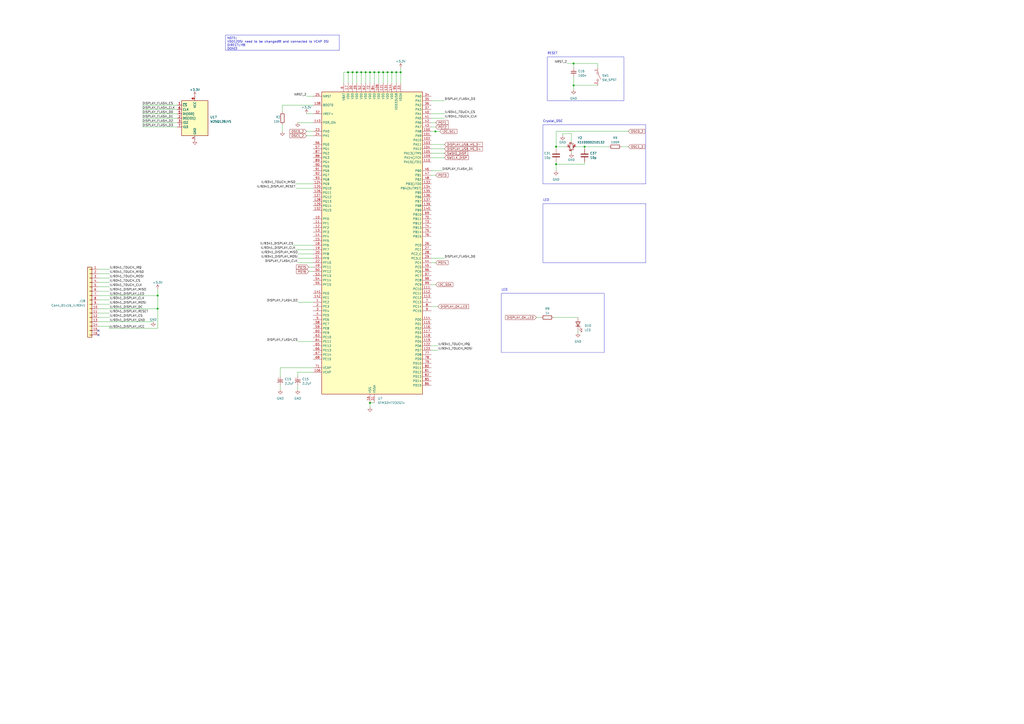
<source format=kicad_sch>
(kicad_sch (version 20230121) (generator eeschema)
  (paper "A2")
  (lib_symbols
    (symbol "Connector_Generic:Conn_01x16" (pin_names (offset 1.016) hide)
      (property "Reference" "J" (at 0 20.32 0))
      (property "Value" "Conn_01x16" (at 0 -22.86 0))
      (symbol "Conn_01x16_1_1"
        (rectangle (start -1.27 -20.193) (end 0 -20.447) (stroke (width 0.1524)))
        (rectangle (start -1.27 -17.653) (end 0 -17.907) (stroke (width 0.1524)))
        (rectangle (start -1.27 -15.113) (end 0 -15.367) (stroke (width 0.1524)))
        (rectangle (start -1.27 -12.573) (end 0 -12.827) (stroke (width 0.1524)))
        (rectangle (start -1.27 -10.033) (end 0 -10.287) (stroke (width 0.1524)))
        (rectangle (start -1.27 -7.493) (end 0 -7.747) (stroke (width 0.1524)))
        (rectangle (start -1.27 -4.953) (end 0 -5.207) (stroke (width 0.1524)))
        (rectangle (start -1.27 -2.413) (end 0 -2.667) (stroke (width 0.1524)))
        (rectangle (start -1.27 0.127) (end 0 -0.127) (stroke (width 0.1524)))
        (rectangle (start -1.27 2.667) (end 0 2.413) (stroke (width 0.1524)))
        (rectangle (start -1.27 5.207) (end 0 4.953) (stroke (width 0.1524)))
        (rectangle (start -1.27 7.747) (end 0 7.493) (stroke (width 0.1524)))
        (rectangle (start -1.27 10.287) (end 0 10.033) (stroke (width 0.1524)))
        (rectangle (start -1.27 12.827) (end 0 12.573) (stroke (width 0.1524)))
        (rectangle (start -1.27 15.367) (end 0 15.113) (stroke (width 0.1524)))
        (rectangle (start -1.27 17.907) (end 0 17.653) (stroke (width 0.1524)))
        (rectangle (start -1.27 19.05) (end 1.27 -21.59) (stroke (width 0.254)) (fill (type background)))
        (pin passive line (at -5.08 17.78 0) (length 3.81) (name "Pin_1") (number "1"))
        (pin passive line (at -5.08 -5.08 0) (length 3.81) (name "Pin_10") (number "10"))
        (pin passive line (at -5.08 -7.62 0) (length 3.81) (name "Pin_11") (number "11"))
        (pin passive line (at -5.08 -10.16 0) (length 3.81) (name "Pin_12") (number "12"))
        (pin passive line (at -5.08 -12.7 0) (length 3.81) (name "Pin_13") (number "13"))
        (pin passive line (at -5.08 -15.24 0) (length 3.81) (name "Pin_14") (number "14"))
        (pin passive line (at -5.08 -17.78 0) (length 3.81) (name "Pin_15") (number "15"))
        (pin passive line (at -5.08 -20.32 0) (length 3.81) (name "Pin_16") (number "16"))
        (pin passive line (at -5.08 15.24 0) (length 3.81) (name "Pin_2") (number "2"))
        (pin passive line (at -5.08 12.7 0) (length 3.81) (name "Pin_3") (number "3"))
        (pin passive line (at -5.08 10.16 0) (length 3.81) (name "Pin_4") (number "4"))
        (pin passive line (at -5.08 7.62 0) (length 3.81) (name "Pin_5") (number "5"))
        (pin passive line (at -5.08 5.08 0) (length 3.81) (name "Pin_6") (number "6"))
        (pin passive line (at -5.08 2.54 0) (length 3.81) (name "Pin_7") (number "7"))
        (pin passive line (at -5.08 0 0) (length 3.81) (name "Pin_8") (number "8"))
        (pin passive line (at -5.08 -2.54 0) (length 3.81) (name "Pin_9") (number "9"))
      )
    )
    (symbol "Device:C" (pin_numbers hide) (pin_names (offset 0.254))
      (property "Reference" "C" (at 0.635 2.54 0))
      (property "Value" "C" (at 0.635 -2.54 0))
      (symbol "C_0_1"
        (polyline (pts (xy -2.032 -0.762) (xy 2.032 -0.762)) (stroke (width 0.508)))
        (polyline (pts (xy -2.032 0.762) (xy 2.032 0.762)) (stroke (width 0.508)))
      )
      (symbol "C_1_1"
        (pin passive line (at 0 3.81 270) (length 2.794) (name "~") (number "1"))
        (pin passive line (at 0 -3.81 90) (length 2.794) (name "~") (number "2"))
      )
    )
    (symbol "Device:C_Polarized_Small_US" (pin_numbers hide) (pin_names (offset 0.254) hide)
      (property "Reference" "C" (at 0.254 1.778 0))
      (property "Value" "C_Polarized_Small_US" (at 0.254 -2.032 0))
      (symbol "C_Polarized_Small_US_0_1"
        (polyline (pts (xy -1.524 0.508) (xy 1.524 0.508)) (stroke (width 0.3048)))
        (polyline (pts (xy -1.27 1.524) (xy -0.762 1.524)))
        (polyline (pts (xy -1.016 1.27) (xy -1.016 1.778)))
        (arc (start 1.524 -0.762) (mid 0 -0.3734) (end -1.524 -0.762) (stroke (width 0.3048)))
      )
      (symbol "C_Polarized_Small_US_1_1"
        (pin passive line (at 0 2.54 270) (length 2.032) (name "~") (number "1"))
        (pin passive line (at 0 -2.54 90) (length 2.032) (name "~") (number "2"))
      )
    )
    (symbol "Device:C_Small" (pin_numbers hide) (pin_names (offset 0.254) hide)
      (property "Reference" "C" (at 0.254 1.778 0))
      (property "Value" "C_Small" (at 0.254 -2.032 0))
      (symbol "C_Small_0_1"
        (polyline (pts (xy -1.524 -0.508) (xy 1.524 -0.508)) (stroke (width 0.3302)))
        (polyline (pts (xy -1.524 0.508) (xy 1.524 0.508)) (stroke (width 0.3048)))
      )
      (symbol "C_Small_1_1"
        (pin passive line (at 0 2.54 270) (length 2.032) (name "~") (number "1"))
        (pin passive line (at 0 -2.54 90) (length 2.032) (name "~") (number "2"))
      )
    )
    (symbol "Device:Crystal_GND24_Small" (pin_names (offset 1.016) hide)
      (property "Reference" "Y" (at 1.27 4.445 0))
      (property "Value" "Crystal_GND24_Small" (at 1.27 2.54 0))
      (symbol "Crystal_GND24_Small_0_1"
        (rectangle (start -0.762 -1.524) (end 0.762 1.524))
        (polyline (pts (xy -1.27 -0.762) (xy -1.27 0.762)) (stroke (width 0.381)))
        (polyline (pts (xy 1.27 -0.762) (xy 1.27 0.762)) (stroke (width 0.381)))
        (polyline (pts (xy -1.27 -1.27) (xy -1.27 -1.905) (xy 1.27 -1.905) (xy 1.27 -1.27)))
        (polyline (pts (xy -1.27 1.27) (xy -1.27 1.905) (xy 1.27 1.905) (xy 1.27 1.27)))
      )
      (symbol "Crystal_GND24_Small_1_1"
        (pin passive line (at -2.54 0 0) (length 1.27) (name "1") (number "1"))
        (pin passive line (at 0 -2.54 90) (length 0.635) (name "2") (number "2"))
        (pin passive line (at 2.54 0 180) (length 1.27) (name "3") (number "3"))
        (pin passive line (at 0 2.54 270) (length 0.635) (name "4") (number "4"))
      )
    )
    (symbol "Device:LED" (pin_numbers hide) (pin_names (offset 1.016) hide)
      (property "Reference" "D" (at 0 2.54 0))
      (property "Value" "LED" (at 0 -2.54 0))
      (symbol "LED_0_1"
        (polyline (pts (xy -1.27 -1.27) (xy -1.27 1.27)) (stroke (width 0.254)))
        (polyline (pts (xy -1.27 0) (xy 1.27 0)))
        (polyline (pts (xy 1.27 -1.27) (xy 1.27 1.27) (xy -1.27 0) (xy 1.27 -1.27)) (stroke (width 0.254)))
        (polyline (pts (xy -3.048 -0.762) (xy -4.572 -2.286) (xy -3.81 -2.286) (xy -4.572 -2.286) (xy -4.572 -1.524)))
        (polyline (pts (xy -1.778 -0.762) (xy -3.302 -2.286) (xy -2.54 -2.286) (xy -3.302 -2.286) (xy -3.302 -1.524)))
      )
      (symbol "LED_1_1"
        (pin passive line (at -3.81 0 0) (length 2.54) (name "K") (number "1"))
        (pin passive line (at 3.81 0 180) (length 2.54) (name "A") (number "2"))
      )
    )
    (symbol "Device:R" (pin_numbers hide) (pin_names (offset 0))
      (property "Reference" "R" (at 2.032 0 90))
      (property "Value" "R" (at 0 0 90))
      (symbol "R_0_1"
        (rectangle (start -1.016 -2.54) (end 1.016 2.54) (stroke (width 0.254)))
      )
      (symbol "R_1_1"
        (pin passive line (at 0 3.81 270) (length 1.27) (name "~") (number "1"))
        (pin passive line (at 0 -3.81 90) (length 1.27) (name "~") (number "2"))
      )
    )
    (symbol "MCU_ST_STM32H7:STM32H723ZGTx"
      (property "Reference" "U" (at -27.94 90.17 0))
      (property "Value" "STM32H723ZGTx" (at 20.32 90.17 0))
      (symbol "STM32H723ZGTx_0_1"
        (rectangle (start -27.94 -86.36) (end 30.48 88.9) (stroke (width 0.254)) (fill (type background)))
      )
      (symbol "STM32H723ZGTx_1_1"
        (pin bidirectional line (at -33.02 -33.02 0) (length 5.08) (name "PE2") (number "1"))
        (pin bidirectional line (at -33.02 15.24 0) (length 5.08) (name "PF0") (number "10"))
        (pin bidirectional line (at 35.56 66.04 180) (length 5.08) (name "PA8") (number "100"))
        (pin bidirectional line (at 35.56 63.5 180) (length 5.08) (name "PA9") (number "101"))
        (pin bidirectional line (at 35.56 60.96 180) (length 5.08) (name "PA10") (number "102"))
        (pin bidirectional line (at 35.56 58.42 180) (length 5.08) (name "PA11") (number "103"))
        (pin bidirectional line (at 35.56 55.88 180) (length 5.08) (name "PA12") (number "104"))
        (pin bidirectional line (at 35.56 53.34 180) (length 5.08) (name "PA13(JTMS") (number "105"))
        (pin power_out line (at -33.02 -73.66 0) (length 5.08) (name "VCAP") (number "106"))
        (pin passive line (at 0 -91.44 90) (length 5.08) hide (name "VSS") (number "107"))
        (pin power_in line (at 5.08 93.98 270) (length 5.08) (name "VDD") (number "108"))
        (pin bidirectional line (at 35.56 50.8 180) (length 5.08) (name "PA14(JTCK") (number "109"))
        (pin bidirectional line (at -33.02 12.7 0) (length 5.08) (name "PF1") (number "11"))
        (pin bidirectional line (at 35.56 48.26 180) (length 5.08) (name "PA15(JTDI)") (number "110"))
        (pin bidirectional line (at 35.56 -25.4 180) (length 5.08) (name "PC10") (number "111"))
        (pin bidirectional line (at 35.56 -27.94 180) (length 5.08) (name "PC11") (number "112"))
        (pin bidirectional line (at 35.56 -30.48 180) (length 5.08) (name "PC12") (number "113"))
        (pin bidirectional line (at 35.56 -43.18 180) (length 5.08) (name "PD0") (number "114"))
        (pin bidirectional line (at 35.56 -45.72 180) (length 5.08) (name "PD1") (number "115"))
        (pin bidirectional line (at 35.56 -48.26 180) (length 5.08) (name "PD2") (number "116"))
        (pin bidirectional line (at 35.56 -50.8 180) (length 5.08) (name "PD3") (number "117"))
        (pin bidirectional line (at 35.56 -53.34 180) (length 5.08) (name "PD4") (number "118"))
        (pin bidirectional line (at 35.56 -55.88 180) (length 5.08) (name "PD5") (number "119"))
        (pin bidirectional line (at -33.02 10.16 0) (length 5.08) (name "PF2") (number "12"))
        (pin passive line (at 0 -91.44 90) (length 5.08) hide (name "VSS") (number "120"))
        (pin power_in line (at 7.62 93.98 270) (length 5.08) (name "VDD") (number "121"))
        (pin bidirectional line (at 35.56 -58.42 180) (length 5.08) (name "PD6") (number "122"))
        (pin bidirectional line (at 35.56 -60.96 180) (length 5.08) (name "PD7") (number "123"))
        (pin bidirectional line (at -33.02 35.56 0) (length 5.08) (name "PG9") (number "124"))
        (pin bidirectional line (at -33.02 33.02 0) (length 5.08) (name "PG10") (number "125"))
        (pin bidirectional line (at -33.02 30.48 0) (length 5.08) (name "PG11") (number "126"))
        (pin bidirectional line (at -33.02 27.94 0) (length 5.08) (name "PG12") (number "127"))
        (pin bidirectional line (at -33.02 25.4 0) (length 5.08) (name "PG13") (number "128"))
        (pin bidirectional line (at -33.02 22.86 0) (length 5.08) (name "PG14") (number "129"))
        (pin bidirectional line (at -33.02 7.62 0) (length 5.08) (name "PF3") (number "13"))
        (pin passive line (at 0 -91.44 90) (length 5.08) hide (name "VSS") (number "130"))
        (pin power_in line (at 10.16 93.98 270) (length 5.08) (name "VDD") (number "131"))
        (pin bidirectional line (at -33.02 20.32 0) (length 5.08) (name "PG15") (number "132"))
        (pin bidirectional line (at 35.56 35.56 180) (length 5.08) (name "PB3(JTDO") (number "133"))
        (pin bidirectional line (at 35.56 33.02 180) (length 5.08) (name "PB4(NJTRST)") (number "134"))
        (pin bidirectional line (at 35.56 30.48 180) (length 5.08) (name "PB5") (number "135"))
        (pin bidirectional line (at 35.56 27.94 180) (length 5.08) (name "PB6") (number "136"))
        (pin bidirectional line (at 35.56 25.4 180) (length 5.08) (name "PB7") (number "137"))
        (pin input line (at -33.02 81.28 0) (length 5.08) (name "BOOT0") (number "138"))
        (pin bidirectional line (at 35.56 22.86 180) (length 5.08) (name "PB8") (number "139"))
        (pin bidirectional line (at -33.02 5.08 0) (length 5.08) (name "PF4") (number "14"))
        (pin bidirectional line (at 35.56 20.32 180) (length 5.08) (name "PB9") (number "140"))
        (pin bidirectional line (at -33.02 -27.94 0) (length 5.08) (name "PE0") (number "141"))
        (pin bidirectional line (at -33.02 -30.48 0) (length 5.08) (name "PE1") (number "142"))
        (pin input line (at -33.02 71.12 0) (length 5.08) (name "PDR_ON") (number "143"))
        (pin power_in line (at 12.7 93.98 270) (length 5.08) (name "VDD") (number "144"))
        (pin bidirectional line (at -33.02 2.54 0) (length 5.08) (name "PF5") (number "15"))
        (pin power_in line (at 0 -91.44 90) (length 5.08) (name "VSS") (number "16"))
        (pin power_in line (at -12.7 93.98 270) (length 5.08) (name "VDD") (number "17"))
        (pin bidirectional line (at -33.02 0 0) (length 5.08) (name "PF6") (number "18"))
        (pin bidirectional line (at -33.02 -2.54 0) (length 5.08) (name "PF7") (number "19"))
        (pin bidirectional line (at -33.02 -35.56 0) (length 5.08) (name "PE3") (number "2"))
        (pin bidirectional line (at -33.02 -5.08 0) (length 5.08) (name "PF8") (number "20"))
        (pin bidirectional line (at -33.02 -7.62 0) (length 5.08) (name "PF9") (number "21"))
        (pin bidirectional line (at -33.02 -10.16 0) (length 5.08) (name "PF10") (number "22"))
        (pin bidirectional line (at -33.02 66.04 0) (length 5.08) (name "PH0") (number "23"))
        (pin bidirectional line (at -33.02 63.5 0) (length 5.08) (name "PH1") (number "24"))
        (pin input line (at -33.02 86.36 0) (length 5.08) (name "NRST") (number "25"))
        (pin bidirectional line (at 35.56 0 180) (length 5.08) (name "PC0") (number "26"))
        (pin bidirectional line (at 35.56 -2.54 180) (length 5.08) (name "PC1") (number "27"))
        (pin bidirectional line (at 35.56 -5.08 180) (length 5.08) (name "PC2_C") (number "28"))
        (pin bidirectional line (at 35.56 -7.62 180) (length 5.08) (name "PC3_C") (number "29"))
        (pin bidirectional line (at -33.02 -38.1 0) (length 5.08) (name "PE4") (number "3"))
        (pin power_in line (at -10.16 93.98 270) (length 5.08) (name "VDD") (number "30"))
        (pin power_in line (at 2.54 -91.44 90) (length 5.08) (name "VSSA") (number "31"))
        (pin input line (at -33.02 76.2 0) (length 5.08) (name "VREF+") (number "32"))
        (pin power_in line (at 17.78 93.98 270) (length 5.08) (name "VDDA") (number "33"))
        (pin bidirectional line (at 35.56 86.36 180) (length 5.08) (name "PA0") (number "34"))
        (pin bidirectional line (at 35.56 83.82 180) (length 5.08) (name "PA1") (number "35"))
        (pin bidirectional line (at 35.56 81.28 180) (length 5.08) (name "PA2") (number "36"))
        (pin bidirectional line (at 35.56 78.74 180) (length 5.08) (name "PA3") (number "37"))
        (pin passive line (at 0 -91.44 90) (length 5.08) hide (name "VSS") (number "38"))
        (pin power_in line (at -7.62 93.98 270) (length 5.08) (name "VDD") (number "39"))
        (pin bidirectional line (at -33.02 -40.64 0) (length 5.08) (name "PE5") (number "4"))
        (pin bidirectional line (at 35.56 76.2 180) (length 5.08) (name "PA4") (number "40"))
        (pin bidirectional line (at 35.56 73.66 180) (length 5.08) (name "PA5") (number "41"))
        (pin bidirectional line (at 35.56 71.12 180) (length 5.08) (name "PA6") (number "42"))
        (pin bidirectional line (at 35.56 68.58 180) (length 5.08) (name "PA7") (number "43"))
        (pin bidirectional line (at 35.56 -10.16 180) (length 5.08) (name "PC4") (number "44"))
        (pin bidirectional line (at 35.56 -12.7 180) (length 5.08) (name "PC5") (number "45"))
        (pin bidirectional line (at 35.56 43.18 180) (length 5.08) (name "PB0") (number "46"))
        (pin bidirectional line (at 35.56 40.64 180) (length 5.08) (name "PB1") (number "47"))
        (pin bidirectional line (at 35.56 38.1 180) (length 5.08) (name "PB2") (number "48"))
        (pin bidirectional line (at -33.02 -12.7 0) (length 5.08) (name "PF11") (number "49"))
        (pin bidirectional line (at -33.02 -43.18 0) (length 5.08) (name "PE6") (number "5"))
        (pin bidirectional line (at -33.02 -15.24 0) (length 5.08) (name "PF12") (number "50"))
        (pin passive line (at 0 -91.44 90) (length 5.08) hide (name "VSS") (number "51"))
        (pin power_in line (at -5.08 93.98 270) (length 5.08) (name "VDD") (number "52"))
        (pin bidirectional line (at -33.02 -17.78 0) (length 5.08) (name "PF13") (number "53"))
        (pin bidirectional line (at -33.02 -20.32 0) (length 5.08) (name "PF14") (number "54"))
        (pin bidirectional line (at -33.02 -22.86 0) (length 5.08) (name "PF15") (number "55"))
        (pin bidirectional line (at -33.02 58.42 0) (length 5.08) (name "PG0") (number "56"))
        (pin bidirectional line (at -33.02 55.88 0) (length 5.08) (name "PG1") (number "57"))
        (pin bidirectional line (at -33.02 -45.72 0) (length 5.08) (name "PE7") (number "58"))
        (pin bidirectional line (at -33.02 -48.26 0) (length 5.08) (name "PE8") (number "59"))
        (pin power_in line (at -15.24 93.98 270) (length 5.08) (name "VBAT") (number "6"))
        (pin bidirectional line (at -33.02 -50.8 0) (length 5.08) (name "PE9") (number "60"))
        (pin passive line (at 0 -91.44 90) (length 5.08) hide (name "VSS") (number "61"))
        (pin power_in line (at -2.54 93.98 270) (length 5.08) (name "VDD") (number "62"))
        (pin bidirectional line (at -33.02 -53.34 0) (length 5.08) (name "PE10") (number "63"))
        (pin bidirectional line (at -33.02 -55.88 0) (length 5.08) (name "PE11") (number "64"))
        (pin bidirectional line (at -33.02 -58.42 0) (length 5.08) (name "PE12") (number "65"))
        (pin bidirectional line (at -33.02 -60.96 0) (length 5.08) (name "PE13") (number "66"))
        (pin bidirectional line (at -33.02 -63.5 0) (length 5.08) (name "PE14") (number "67"))
        (pin bidirectional line (at -33.02 -66.04 0) (length 5.08) (name "PE15") (number "68"))
        (pin bidirectional line (at 35.56 17.78 180) (length 5.08) (name "PB10") (number "69"))
        (pin bidirectional line (at 35.56 -33.02 180) (length 5.08) (name "PC13") (number "7"))
        (pin bidirectional line (at 35.56 15.24 180) (length 5.08) (name "PB11") (number "70"))
        (pin power_out line (at -33.02 -71.12 0) (length 5.08) (name "VCAP") (number "71"))
        (pin power_in line (at 0 93.98 270) (length 5.08) (name "VDD") (number "72"))
        (pin bidirectional line (at 35.56 12.7 180) (length 5.08) (name "PB12") (number "73"))
        (pin bidirectional line (at 35.56 10.16 180) (length 5.08) (name "PB13") (number "74"))
        (pin bidirectional line (at 35.56 7.62 180) (length 5.08) (name "PB14") (number "75"))
        (pin bidirectional line (at 35.56 5.08 180) (length 5.08) (name "PB15") (number "76"))
        (pin bidirectional line (at 35.56 -63.5 180) (length 5.08) (name "PD8") (number "77"))
        (pin bidirectional line (at 35.56 -66.04 180) (length 5.08) (name "PD9") (number "78"))
        (pin bidirectional line (at 35.56 -68.58 180) (length 5.08) (name "PD10") (number "79"))
        (pin bidirectional line (at 35.56 -35.56 180) (length 5.08) (name "PC14") (number "8"))
        (pin bidirectional line (at 35.56 -71.12 180) (length 5.08) (name "PD11") (number "80"))
        (pin bidirectional line (at 35.56 -73.66 180) (length 5.08) (name "PD12") (number "81"))
        (pin bidirectional line (at 35.56 -76.2 180) (length 5.08) (name "PD13") (number "82"))
        (pin passive line (at 0 -91.44 90) (length 5.08) hide (name "VSS") (number "83"))
        (pin power_in line (at 2.54 93.98 270) (length 5.08) (name "VDD") (number "84"))
        (pin bidirectional line (at 35.56 -78.74 180) (length 5.08) (name "PD14") (number "85"))
        (pin bidirectional line (at 35.56 -81.28 180) (length 5.08) (name "PD15") (number "86"))
        (pin bidirectional line (at -33.02 53.34 0) (length 5.08) (name "PG2") (number "87"))
        (pin bidirectional line (at -33.02 50.8 0) (length 5.08) (name "PG3") (number "88"))
        (pin bidirectional line (at -33.02 48.26 0) (length 5.08) (name "PG4") (number "89"))
        (pin bidirectional line (at 35.56 -38.1 180) (length 5.08) (name "PC15") (number "9"))
        (pin bidirectional line (at -33.02 45.72 0) (length 5.08) (name "PG5") (number "90"))
        (pin bidirectional line (at -33.02 43.18 0) (length 5.08) (name "PG6") (number "91"))
        (pin bidirectional line (at -33.02 40.64 0) (length 5.08) (name "PG7") (number "92"))
        (pin bidirectional line (at -33.02 38.1 0) (length 5.08) (name "PG8") (number "93"))
        (pin passive line (at 0 -91.44 90) (length 5.08) hide (name "VSS") (number "94"))
        (pin power_in line (at 15.24 93.98 270) (length 5.08) (name "VDD33USB") (number "95"))
        (pin bidirectional line (at 35.56 -15.24 180) (length 5.08) (name "PC6") (number "96"))
        (pin bidirectional line (at 35.56 -17.78 180) (length 5.08) (name "PC7") (number "97"))
        (pin bidirectional line (at 35.56 -20.32 180) (length 5.08) (name "PC8") (number "98"))
        (pin bidirectional line (at 35.56 -22.86 180) (length 5.08) (name "PC9") (number "99"))
      )
    )
    (symbol "Memory_Flash:W25Q128JVS"
      (property "Reference" "U" (at -8.89 8.89 0))
      (property "Value" "W25Q128JVS" (at 7.62 8.89 0))
      (symbol "W25Q128JVS_0_1"
        (rectangle (start -7.62 10.16) (end 7.62 -10.16) (stroke (width 0.254)) (fill (type background)))
      )
      (symbol "W25Q128JVS_1_1"
        (pin input line (at -10.16 7.62 0) (length 2.54) (name "~{CS}") (number "1"))
        (pin bidirectional line (at -10.16 0 0) (length 2.54) (name "DO(IO1)") (number "2"))
        (pin bidirectional line (at -10.16 -2.54 0) (length 2.54) (name "IO2") (number "3"))
        (pin power_in line (at 0 -12.7 90) (length 2.54) (name "GND") (number "4"))
        (pin bidirectional line (at -10.16 2.54 0) (length 2.54) (name "DI(IO0)") (number "5"))
        (pin input line (at -10.16 5.08 0) (length 2.54) (name "CLK") (number "6"))
        (pin bidirectional line (at -10.16 -5.08 0) (length 2.54) (name "IO3") (number "7"))
        (pin power_in line (at 0 12.7 270) (length 2.54) (name "VCC") (number "8"))
      )
    )
    (symbol "Switch:SW_SPST" (pin_names (offset 0) hide)
      (property "Reference" "SW" (at 0 3.175 0))
      (property "Value" "SW_SPST" (at 0 -2.54 0))
      (symbol "SW_SPST_0_0"
        (circle (center -2.032 0) (radius 0.508))
        (polyline (pts (xy -1.524 0.254) (xy 1.524 1.778)))
        (circle (center 2.032 0) (radius 0.508))
      )
      (symbol "SW_SPST_1_1"
        (pin passive line (at -5.08 0 0) (length 2.54) (name "A") (number "1"))
        (pin passive line (at 5.08 0 180) (length 2.54) (name "B") (number "2"))
      )
    )
    (symbol "power:+3.3V" (power) (pin_names (offset 0))
      (property "Value" "+3.3V" (at 0 3.556 0))
      (symbol "+3.3V_0_1"
        (polyline (pts (xy -0.762 1.27) (xy 0 2.54)))
        (polyline (pts (xy 0 0) (xy 0 2.54)))
        (polyline (pts (xy 0 2.54) (xy 0.762 1.27)))
      )
      (symbol "+3.3V_1_1"
        (pin power_in line (at 0 0 90) (length 0) hide (name "+3.3V") (number "1"))
      )
    )
    (symbol "power:GND" (power) (pin_names (offset 0))
      (property "Value" "GND" (at 0 -3.81 0))
      (symbol "GND_0_1"
        (polyline (pts (xy 0 0) (xy 0 -1.27) (xy 1.27 -1.27) (xy 0 -2.54) (xy -1.27 -1.27) (xy 0 -1.27)))
      )
      (symbol "GND_1_1"
        (pin power_in line (at 0 0 270) (length 0) hide (name "GND") (number "1"))
      )
    )
  )
  (junction (at 322.58 85.09))
  (junction (at 204.47 41.91))
  (junction (at 219.71 41.91))
  (junction (at 224.79 41.91))
  (junction (at 91.44 171.45))
  (junction (at 339.09 85.09))
  (junction (at 214.63 233.68))
  (junction (at 212.09 41.91))
  (junction (at 332.74 49.53))
  (junction (at 232.41 41.91))
  (junction (at 209.55 41.91))
  (junction (at 207.01 41.91))
  (junction (at 252.5874 76.2558))
  (junction (at 229.87 41.91))
  (junction (at 214.63 41.91))
  (junction (at 227.33 41.91))
  (junction (at 201.93 41.91))
  (junction (at 222.25 41.91))
  (junction (at 91.44 179.07))
  (junction (at 322.58 95.25))
  (junction (at 332.74 36.83))
  (junction (at 217.17 41.91))
  (no_connect (at 57.15 194.31))
  (no_connect (at 57.15 191.77))
  (wire (pts (xy 82.55 63.5) (xy 102.87 63.5)))
  (wire (pts (xy 331.47 77.47) (xy 331.47 82.55)))
  (wire (pts (xy 322.58 76.2) (xy 322.58 85.09)))
  (wire (pts (xy 82.55 66.04) (xy 102.87 66.04)))
  (wire (pts (xy 214.63 233.68) (xy 217.17 233.68)))
  (wire (pts (xy 63.5 163.83) (xy 57.15 163.83)))
  (wire (pts (xy 227.33 41.91) (xy 229.87 41.91)))
  (wire (pts (xy 172.72 198.12) (xy 181.61 198.12)))
  (wire (pts (xy 257.81 88.9) (xy 250.19 88.9)))
  (wire (pts (xy 257.81 91.44) (xy 250.19 91.44)))
  (wire (pts (xy 217.17 41.91) (xy 219.71 41.91)))
  (wire (pts (xy 172.72 149.86) (xy 181.61 149.86)))
  (wire (pts (xy 360.68 85.09) (xy 364.49 85.09)))
  (wire (pts (xy 179.07 154.94) (xy 181.61 154.94)))
  (wire (pts (xy 222.25 41.91) (xy 224.79 41.91)))
  (wire (pts (xy 332.74 36.83) (xy 346.71 36.83)))
  (wire (pts (xy 172.72 152.4) (xy 181.61 152.4)))
  (wire (pts (xy 214.63 41.91) (xy 214.63 48.26)))
  (wire (pts (xy 172.72 223.52) (xy 172.72 226.06)))
  (wire (pts (xy 177.8 78.74) (xy 181.61 78.74)))
  (wire (pts (xy 339.09 86.36) (xy 339.09 85.09)))
  (wire (pts (xy 209.55 41.91) (xy 209.55 48.26)))
  (wire (pts (xy 339.09 85.09) (xy 353.06 85.09)))
  (wire (pts (xy 63.5 166.37) (xy 57.15 166.37)))
  (wire (pts (xy 311.15 184.15) (xy 313.69 184.15)))
  (wire (pts (xy 91.44 171.45) (xy 91.44 179.07)))
  (wire (pts (xy 227.33 41.91) (xy 227.33 48.26)))
  (wire (pts (xy 172.72 215.9) (xy 172.72 218.44)))
  (wire (pts (xy 257.81 149.86) (xy 250.19 149.86)))
  (wire (pts (xy 199.39 41.91) (xy 199.39 48.26)))
  (wire (pts (xy 257.81 68.58) (xy 250.19 68.58)))
  (wire (pts (xy 326.39 77.47) (xy 331.47 77.47)))
  (wire (pts (xy 207.01 41.91) (xy 207.01 48.26)))
  (wire (pts (xy 162.56 213.36) (xy 181.61 213.36)))
  (wire (pts (xy 252.73 152.4) (xy 250.19 152.4)))
  (wire (pts (xy 207.01 41.91) (xy 209.55 41.91)))
  (wire (pts (xy 171.45 144.78) (xy 181.61 144.78)))
  (wire (pts (xy 63.5 158.75) (xy 57.15 158.75)))
  (wire (pts (xy 257.81 66.04) (xy 250.19 66.04)))
  (wire (pts (xy 91.44 179.07) (xy 91.44 190.5)))
  (wire (pts (xy 63.5 168.91) (xy 57.15 168.91)))
  (wire (pts (xy 322.58 85.09) (xy 322.58 86.36)))
  (wire (pts (xy 172.72 147.32) (xy 181.61 147.32)))
  (wire (pts (xy 82.55 68.58) (xy 102.87 68.58)))
  (wire (pts (xy 257.81 58.42) (xy 250.19 58.42)))
  (wire (pts (xy 91.44 167.64) (xy 91.44 171.45)))
  (wire (pts (xy 252.73 165.1) (xy 250.19 165.1)))
  (wire (pts (xy 63.5 189.23) (xy 57.15 189.23)))
  (wire (pts (xy 322.58 85.09) (xy 328.93 85.09)))
  (wire (pts (xy 334.01 85.09) (xy 339.09 85.09)))
  (wire (pts (xy 332.74 49.53) (xy 332.74 52.07)))
  (wire (pts (xy 335.28 191.77) (xy 335.28 193.04)))
  (wire (pts (xy 232.41 39.37) (xy 232.41 41.91)))
  (wire (pts (xy 224.79 41.91) (xy 224.79 48.26)))
  (wire (pts (xy 201.93 41.91) (xy 201.93 48.26)))
  (wire (pts (xy 201.93 41.91) (xy 204.47 41.91)))
  (wire (pts (xy 328.93 36.83) (xy 332.74 36.83)))
  (wire (pts (xy 252.73 73.66) (xy 250.19 73.66)))
  (wire (pts (xy 332.74 49.53) (xy 346.71 49.53)))
  (wire (pts (xy 170.18 142.24) (xy 181.61 142.24)))
  (wire (pts (xy 250.19 177.8) (xy 254 177.8)))
  (wire (pts (xy 254 200.66) (xy 250.19 200.66)))
  (wire (pts (xy 332.74 44.45) (xy 332.74 49.53)))
  (wire (pts (xy 179.07 157.48) (xy 181.61 157.48)))
  (wire (pts (xy 255.1274 76.2558) (xy 252.5874 76.2558)))
  (wire (pts (xy 346.71 39.37) (xy 346.71 36.83)))
  (wire (pts (xy 229.87 41.91) (xy 232.41 41.91)))
  (wire (pts (xy 214.63 236.22) (xy 214.63 233.68)))
  (wire (pts (xy 82.55 73.66) (xy 102.87 73.66)))
  (wire (pts (xy 224.79 41.91) (xy 227.33 41.91)))
  (wire (pts (xy 57.15 171.45) (xy 91.44 171.45)))
  (wire (pts (xy 177.8 66.04) (xy 181.61 66.04)))
  (wire (pts (xy 82.55 60.96) (xy 102.87 60.96)))
  (wire (pts (xy 321.31 184.15) (xy 335.28 184.15)))
  (wire (pts (xy 252.73 71.12) (xy 250.19 71.12)))
  (wire (pts (xy 171.45 109.22) (xy 181.61 109.22)))
  (wire (pts (xy 254 203.2) (xy 250.19 203.2)))
  (wire (pts (xy 172.72 175.26) (xy 181.61 175.26)))
  (wire (pts (xy 177.8 55.88) (xy 181.61 55.88)))
  (wire (pts (xy 163.83 60.96) (xy 181.61 60.96)))
  (wire (pts (xy 322.58 76.2) (xy 364.49 76.2)))
  (wire (pts (xy 163.83 64.77) (xy 163.83 60.96)))
  (wire (pts (xy 199.39 41.91) (xy 201.93 41.91)))
  (wire (pts (xy 63.5 156.21) (xy 57.15 156.21)))
  (wire (pts (xy 212.09 41.91) (xy 212.09 48.26)))
  (wire (pts (xy 322.58 95.25) (xy 322.58 99.06)))
  (wire (pts (xy 322.58 95.25) (xy 339.09 95.25)))
  (wire (pts (xy 63.5 161.29) (xy 57.15 161.29)))
  (wire (pts (xy 177.8 76.2) (xy 181.61 76.2)))
  (wire (pts (xy 172.72 71.12) (xy 181.61 71.12)))
  (wire (pts (xy 172.72 215.9) (xy 181.61 215.9)))
  (wire (pts (xy 219.71 41.91) (xy 219.71 48.26)))
  (wire (pts (xy 232.41 41.91) (xy 232.41 48.26)))
  (wire (pts (xy 63.5 190.5) (xy 63.5 189.23)))
  (wire (pts (xy 256.54 99.06) (xy 250.19 99.06)))
  (wire (pts (xy 332.74 36.83) (xy 332.74 39.37)))
  (wire (pts (xy 331.47 87.63) (xy 331.47 88.9)))
  (wire (pts (xy 250.19 83.82) (xy 257.81 83.82)))
  (wire (pts (xy 204.47 41.91) (xy 204.47 48.26)))
  (wire (pts (xy 63.5 173.99) (xy 57.15 173.99)))
  (wire (pts (xy 163.83 72.39) (xy 163.83 76.2)))
  (wire (pts (xy 63.5 176.53) (xy 57.15 176.53)))
  (wire (pts (xy 252.5874 76.2558) (xy 252.73 76.2)))
  (wire (pts (xy 171.45 106.68) (xy 181.61 106.68)))
  (wire (pts (xy 252.73 101.6) (xy 250.19 101.6)))
  (wire (pts (xy 82.55 71.12) (xy 102.87 71.12)))
  (wire (pts (xy 214.63 41.91) (xy 217.17 41.91)))
  (wire (pts (xy 57.15 179.07) (xy 91.44 179.07)))
  (wire (pts (xy 209.55 41.91) (xy 212.09 41.91)))
  (wire (pts (xy 217.17 41.91) (xy 217.17 48.26)))
  (wire (pts (xy 326.39 78.74) (xy 326.39 77.47)))
  (wire (pts (xy 212.09 41.91) (xy 214.63 41.91)))
  (wire (pts (xy 63.5 181.61) (xy 57.15 181.61)))
  (wire (pts (xy 222.25 41.91) (xy 222.25 48.26)))
  (wire (pts (xy 229.87 48.26) (xy 229.87 41.91)))
  (wire (pts (xy 63.5 190.5) (xy 91.44 190.5)))
  (wire (pts (xy 63.5 184.15) (xy 57.15 184.15)))
  (wire (pts (xy 339.09 93.98) (xy 339.09 95.25)))
  (wire (pts (xy 57.15 186.69) (xy 88.9 186.69)))
  (wire (pts (xy 322.58 93.98) (xy 322.58 95.25)))
  (wire (pts (xy 204.47 41.91) (xy 207.01 41.91)))
  (wire (pts (xy 162.56 223.52) (xy 162.56 226.06)))
  (wire (pts (xy 250.19 76.2) (xy 252.5874 76.2558)))
  (wire (pts (xy 250.19 86.36) (xy 257.81 86.36)))
  (wire (pts (xy 219.71 41.91) (xy 222.25 41.91)))
  (wire (pts (xy 162.56 218.44) (xy 162.56 213.36)))
  (rectangle (start 290.83 170.18) (end 350.52 204.47))
  (rectangle (start 314.96 72.39) (end 374.65 106.68))
  (rectangle (start 314.96 118.11) (end 374.65 152.4))
  (rectangle (start 317.5 33.02) (end 361.95 58.42))
  (text_box "NOTE:\nVDD12DSI need to be changed!!! and connected to VCAP DSI DIRECTLY!!!\nDONE!\n" (at 130.81 20.32 0) (size 66.04 8.89) (effects (font (size 1.27 1.27)) (justify left top)))
  (text "Crystal_OSC" (at 314.96 71.12 0) (effects (font (size 1.27 1.27)) (justify left bottom)))
  (text "LED" (at 314.96 116.84 0) (effects (font (size 1.27 1.27)) (justify left bottom)))
  (text "LED" (at 290.83 168.91 0) (effects (font (size 1.27 1.27)) (justify left bottom)))
  (text "RESET\n" (at 317.5 31.75 0) (effects (font (size 1.27 1.27)) (justify left bottom)))
  (label "ILI9341_DISPLAY_MISO" (at 172.72 147.32 180))
  (label "ILI9341_DISPLAY_CLK" (at 63.5 173.99 0))
  (label "DISPLAY_FLASH_D0" (at 82.55 66.04 0))
  (label "DISPLAY_FLASH_D3" (at 82.5674 73.66 0))
  (label "ILI9341_TOUCH_CLK" (at 257.81 68.58 0))
  (label "ILI9341_DISPLAY_MOSI" (at 172.72 149.86 180))
  (label "ILI9341_TOUCH_MOSI" (at 63.5 161.29 0))
  (label "ILI9341_DISPLAY_MISO" (at 63.5 168.91 0))
  (label "DISPLAY_FLASH_CS" (at 172.72 198.12 180))
  (label "ILI9341_DISPLAY_MOSI" (at 63.5 176.53 0))
  (label "DISPLAY_FLASH_CLK" (at 172.72 152.4 180))
  (label "ILI9341_TOUCH_MISO" (at 63.5 158.75 0))
  (label "DISPLAY_FLASH_CS" (at 82.55 60.96 0))
  (label "ILI9341_DISPLAY_RESET" (at 63.5 181.61 0))
  (label "DISPLAY_FLASH_CLK" (at 82.55 63.5 0))
  (label "ILI9341_DISPLAY_LED" (at 63.5 171.45 0))
  (label "ILI9341_TOUCH_IRQ" (at 63.5 156.21 0))
  (label "ILI9341_TOUCH_MISO" (at 171.45 106.68 180))
  (label "ILI9341_TOUCH_MOSI" (at 254 203.2 0))
  (label "ILI9341_DISPLAY_DC" (at 63.5 179.07 0))
  (label "ILI9341_DISPLAY_VCC" (at 63.5 190.5 0))
  (label "NRST_2" (at 328.93 36.83 180))
  (label "ILI9341_DISPLAY_GND" (at 63.5 186.69 0))
  (label "ILI9341_TOUCH_CS" (at 257.81 66.04 0))
  (label "ILI9341_DISPLAY_CS" (at 63.5 184.15 0))
  (label "DISPLAY_FLASH_D1" (at 256.54 99.06 0))
  (label "DISPLAY_FLASH_D2" (at 82.55 71.12 0))
  (label "ILI9341_DISPLAY_RESET" (at 171.45 109.22 180))
  (label "ILI9341_DISPLAY_CS" (at 170.18 142.24 180))
  (label "NRST_2" (at 177.8 55.88 180))
  (label "DISPLAY_FLASH_D1" (at 82.55 68.58 0))
  (label "ILI9341_TOUCH_CLK" (at 63.5 166.37 0))
  (label "ILI9341_TOUCH_CS" (at 63.5 163.83 0))
  (label "DISPLAY_FLASH_D0" (at 257.81 149.86 0))
  (label "ILI9341_TOUCH_IRQ" (at 254 200.66 0))
  (label "DISPLAY_FLASH_D3" (at 257.81 58.42 0))
  (label "DISPLAY_FLASH_D2" (at 172.72 175.26 180))
  (label "ILI9341_DISPLAY_CLK" (at 171.45 144.78 180))
  (global_label "POT4" (shape input) (at 252.73 152.4 0) (property "Intersheetrefs" "${INTERSHEET_REFS}" (effects hide)))
  (global_label "SWCLK_DISP" (shape input) (at 257.81 91.44 0) (property "Intersheetrefs" "${INTERSHEET_REFS}" (effects hide)))
  (global_label "DISPLAY_OK_LED" (shape input) (at 254 177.8 0) (property "Intersheetrefs" "${INTERSHEET_REFS}" (effects hide)))
  (global_label "SWDIO_DISP" (shape input) (at 257.81 88.9 0) (property "Intersheetrefs" "${INTERSHEET_REFS}" (effects hide)))
  (global_label "DISPLAY_USB_HS_D+" (shape input) (at 257.81 86.36 0) (property "Intersheetrefs" "${INTERSHEET_REFS}" (effects hide)))
  (global_label "OSC0_2" (shape input) (at 177.8 76.2 180) (property "Intersheetrefs" "${INTERSHEET_REFS}" (effects hide)))
  (global_label "DISPLAY_USB_HS_D-" (shape input) (at 257.81 83.82 0) (property "Intersheetrefs" "${INTERSHEET_REFS}" (effects hide)))
  (global_label "OSC1_2" (shape input) (at 364.49 85.09 0) (property "Intersheetrefs" "${INTERSHEET_REFS}" (effects hide)))
  (global_label "DISPLAY_OK_LED" (shape input) (at 311.15 184.15 180) (property "Intersheetrefs" "${INTERSHEET_REFS}" (effects hide)))
  (global_label "POT2" (shape input) (at 252.73 73.66 0) (property "Intersheetrefs" "${INTERSHEET_REFS}" (effects hide)))
  (global_label "OSC1_2" (shape input) (at 177.8 78.74 180) (property "Intersheetrefs" "${INTERSHEET_REFS}" (effects hide)))
  (global_label "POT6" (shape input) (at 179.07 157.48 180) (property "Intersheetrefs" "${INTERSHEET_REFS}" (effects hide)))
  (global_label "POT5" (shape input) (at 179.07 154.94 180) (property "Intersheetrefs" "${INTERSHEET_REFS}" (effects hide)))
  (global_label "I2C_SCL" (shape input) (at 255.1274 76.2558 0) (property "Intersheetrefs" "${INTERSHEET_REFS}" (effects hide)))
  (global_label "POT3" (shape input) (at 252.73 101.6 0) (property "Intersheetrefs" "${INTERSHEET_REFS}" (effects hide)))
  (global_label "POT1" (shape input) (at 252.73 71.12 0) (property "Intersheetrefs" "${INTERSHEET_REFS}" (effects hide)))
  (global_label "I2C_SDA" (shape input) (at 252.73 165.1 0) (property "Intersheetrefs" "${INTERSHEET_REFS}" (effects hide)))
  (global_label "OSC0_2" (shape input) (at 364.49 76.2 0) (property "Intersheetrefs" "${INTERSHEET_REFS}" (effects hide)))
  (symbol (lib_id "power:GND") (at 331.47 88.9 0) (unit 1)
    (property "Reference" "#PWR036" (effects hide))
    (property "Value" "GND" (at 331.47 92.71 0))
    (instances (project "stm_audio_board_V3" (path "" (reference "#PWR036") (unit 1)) (path "" (reference "#PWR026") (unit 1)) (path "" (reference "#PWR0102") (unit 1))))
  )
  (symbol (lib_id "power:+3.3V") (at 177.8 66.04 0) (unit 1)
    (property "Reference" "#PWR081" (effects hide))
    (property "Value" "+3.3V" (at 177.8 62.23 0))
    (instances (project "stm_audio_board_V3" (path "" (reference "#PWR081") (unit 1)) (path "" (reference "#PWR035") (unit 1)) (path "" (reference "#PWR060") (unit 1))))
  )
  (symbol (lib_id "power:GND") (at 162.56 226.06 0) (unit 1)
    (property "Reference" "#PWR08" (effects hide))
    (property "Value" "GND" (at 162.56 231.14 0))
    (instances (project "stm_audio_board_V3" (path "" (reference "#PWR08") (unit 1)) (path "" (reference "#PWR083") (unit 1)) (path "" (reference "#PWR031") (unit 1))))
  )
  (symbol (lib_id "power:GND") (at 322.58 99.06 0) (unit 1)
    (property "Reference" "#PWR019" (effects hide))
    (property "Value" "GND" (at 322.58 104.14 0))
    (instances (project "stm_audio_board_V3" (path "" (reference "#PWR019") (unit 1)) (path "" (reference "#PWR07") (unit 1)) (path "" (reference "#PWR098") (unit 1))))
  )
  (symbol (lib_id "Device:C") (at 322.58 90.17 180) (unit 1)
    (property "Reference" "C31" (at 317.5 88.9 0))
    (property "Value" "10p" (at 317.5 91.44 0))
    (property "Footprint" "Capacitor_SMD:C_0603_1608Metric" (effects hide))
    (instances (project "stm_audio_board_V3" (path "" (reference "C31") (unit 1)) (path "" (reference "C31") (unit 1)) (path "" (reference "C123") (unit 1))))
  )
  (symbol (lib_id "Device:R") (at 317.5 184.15 270) (unit 1)
    (property "Reference" "R9" (at 317.5 179.07 90))
    (property "Value" "1k" (at 317.5 181.61 90))
    (property "Footprint" "Resistor_SMD:R_0603_1608Metric_Pad0.98x0.95mm_HandSolder" (effects hide))
    (instances (project "stm_audio_board_V3" (path "" (reference "R9") (unit 1)) (path "" (reference "R9") (unit 1)) (path "" (reference "R12") (unit 1)) (path "" (reference "R12") (unit 1))))
  )
  (symbol (lib_id "Device:C") (at 339.09 90.17 180) (unit 1)
    (property "Reference" "C37" (at 344.17 88.9 0))
    (property "Value" "10p" (at 344.17 91.44 0))
    (property "Footprint" "Capacitor_SMD:C_0603_1608Metric" (effects hide))
    (instances (project "stm_audio_board_V3" (path "" (reference "C37") (unit 1)) (path "" (reference "C37") (unit 1)) (path "" (reference "C125") (unit 1))))
  )
  (symbol (lib_id "Device:C_Polarized_Small_US") (at 172.72 220.98 0) (unit 1)
    (property "Reference" "C15" (at 175.26 219.9132 0) (effects (justify left)))
    (property "Value" "2.2uF" (at 175.26 222.4532 0) (effects (justify left)))
    (property "Footprint" "Capacitor_SMD:C_0805_2012Metric_Pad1.18x1.45mm_HandSolder" (effects hide))
    (instances (project "stm_audio_board_V3" (path "" (reference "C15") (unit 1)) (path "" (reference "C49") (unit 1)) (path "" (reference "C122") (unit 1))))
  )
  (symbol (lib_id "MCU_ST_STM32H7:STM32H723ZGTx") (at 214.63 142.24 0) (unit 1)
    (property "Reference" "U7" (at 219.1259 231.14 0) (effects (justify left)))
    (property "Value" "STM32H723ZGTx" (at 219.1259 233.68 0) (effects (justify left)))
    (property "Footprint" "Package_QFP:LQFP-144_20x20mm_P0.5mm" (effects hide))
    (property "Datasheet" "https://www.st.com/resource/en/datasheet/stm32h723zg.pdf" (effects hide))
    (property "JLCPCB" "C730146" (effects hide))
    (instances (project "stm_audio_board_V3" (path "" (reference "U7") (unit 1)) (path "" (reference "U15") (unit 1))))
  )
  (symbol (lib_id "Memory_Flash:W25Q128JVS") (at 113.03 68.58 0) (unit 1)
    (property "Reference" "U17" (at 121.92 67.945 0) (effects (justify left)))
    (property "Value" "W25Q128JVS" (at 121.92 70.485 0) (effects (justify left)))
    (property "Footprint" "Package_SO:SOIC-8_5.23x5.23mm_P1.27mm" (effects hide))
    (property "Datasheet" "http://www.winbond.com/resource-files/w25q128jv_dtr%20revc%2003272018%20plus.pdf" (effects hide))
    (instances (project "stm_audio_board_V3" (path "" (reference "U17") (unit 1)) (path "" (reference "U18") (unit 1))))
  )
  (symbol (lib_id "power:GND") (at 163.83 76.2 0) (unit 1)
    (property "Reference" "#PWR010" (effects hide))
    (property "Value" "GND" (effects hide))
    (instances (project "stm_audio_board_V3" (path "" (reference "#PWR010") (unit 1)) (path "" (reference "#PWR022") (unit 1)) (path "" (reference "#PWR030") (unit 1))))
  )
  (symbol (lib_id "Device:Crystal_GND24_Small") (at 331.47 85.09 0) (unit 1)
    (property "Reference" "Y2" (at 336.4483 80.01 0))
    (property "Value" "X1E0000210132" (at 342.7983 82.55 0))
    (property "Footprint" "Crystal:Crystal_SMD_SeikoEpson_TSX3225-4Pin_3.2x2.5mm_HandSoldering" (effects hide))
    (instances (project "stm_audio_board_V3" (path "" (reference "Y2") (unit 1)) (path "" (reference "Y2") (unit 1)) (path "" (reference "Y1") (unit 1))))
  )
  (symbol (lib_id "power:GND") (at 172.72 71.12 0) (unit 1)
    (property "Reference" "#PWR010" (effects hide))
    (property "Value" "GND" (effects hide))
    (instances (project "stm_audio_board_V3" (path "" (reference "#PWR010") (unit 1)) (path "" (reference "#PWR017") (unit 1)) (path "" (reference "#PWR033") (unit 1))))
  )
  (symbol (lib_id "power:+3.3V") (at 113.03 55.88 0) (unit 1)
    (property "Reference" "#PWR081" (effects hide))
    (property "Value" "+3.3V" (at 113.03 52.07 0))
    (instances (project "stm_audio_board_V3" (path "" (reference "#PWR081") (unit 1)) (path "" (reference "#PWR053") (unit 1)) (path "" (reference "#PWR054") (unit 1))))
  )
  (symbol (lib_id "Switch:SW_SPST") (at 346.71 44.45 270) (unit 1)
    (property "Reference" "SW1" (at 349.25 43.815 90) (effects (justify left)))
    (property "Value" "SW_SPST" (at 349.25 46.355 90) (effects (justify left)))
    (property "Footprint" "Button_Switch_SMD:SW_SPST_TL3305A" (effects hide))
    (instances (project "stm_audio_board_V3" (path "" (reference "SW1") (unit 1)) (path "" (reference "SW1") (unit 1)) (path "" (reference "SW2") (unit 1))))
  )
  (symbol (lib_id "power:GND") (at 326.39 78.74 0) (unit 1)
    (property "Reference" "#PWR055" (effects hide))
    (property "Value" "GND" (at 326.39 82.55 0))
    (instances (project "stm_audio_board_V3" (path "" (reference "#PWR055") (unit 1)) (path "" (reference "#PWR010") (unit 1)) (path "" (reference "#PWR099") (unit 1))))
  )
  (symbol (lib_id "power:GND") (at 172.72 226.06 0) (unit 1)
    (property "Reference" "#PWR08" (effects hide))
    (property "Value" "GND" (at 172.72 231.14 0))
    (instances (project "stm_audio_board_V3" (path "" (reference "#PWR08") (unit 1)) (path "" (reference "#PWR042") (unit 1)) (path "" (reference "#PWR046") (unit 1))))
  )
  (symbol (lib_id "Device:R") (at 163.83 68.58 0) (unit 1)
    (property "Reference" "R2" (at 160.02 67.945 0) (effects (justify left)))
    (property "Value" "10k" (at 158.75 70.485 0) (effects (justify left)))
    (property "Footprint" "Resistor_SMD:R_0603_1608Metric" (effects hide))
    (instances (project "stm_audio_board_V3" (path "" (reference "R2") (unit 1)) (path "" (reference "R1") (unit 1)) (path "" (reference "R18") (unit 1))))
  )
  (symbol (lib_id "Device:C_Polarized_Small_US") (at 162.56 220.98 0) (unit 1)
    (property "Reference" "C15" (at 165.1 219.9132 0) (effects (justify left)))
    (property "Value" "2.2uF" (at 165.1 222.4532 0) (effects (justify left)))
    (property "Footprint" "Capacitor_SMD:C_0805_2012Metric_Pad1.18x1.45mm_HandSolder" (effects hide))
    (instances (project "stm_audio_board_V3" (path "" (reference "C15") (unit 1)) (path "" (reference "C1") (unit 1)) (path "" (reference "C121") (unit 1))))
  )
  (symbol (lib_id "Connector_Generic:Conn_01x16") (at 52.07 173.99 0) (mirror y) (unit 1)
    (property "Reference" "J18" (at 49.53 174.625 0) (effects (justify left)))
    (property "Value" "Conn_01x16_ILI9341" (at 49.53 177.165 0) (effects (justify left)))
    (property "Footprint" "Connector_PinHeader_2.54mm:PinHeader_1x16_P2.54mm_Vertical" (effects hide))
  )
  (symbol (lib_id "power:GND") (at 332.74 52.07 0) (unit 1)
    (property "Reference" "#PWR09" (effects hide))
    (property "Value" "GND" (at 332.74 57.15 0))
    (instances (project "stm_audio_board_V3" (path "" (reference "#PWR09") (unit 1)) (path "" (reference "#PWR09") (unit 1)) (path "" (reference "#PWR0103") (unit 1))))
  )
  (symbol (lib_id "Device:R") (at 356.87 85.09 270) (unit 1)
    (property "Reference" "R9" (at 356.87 80.01 90))
    (property "Value" "100R" (at 356.87 82.55 90))
    (property "Footprint" "Resistor_SMD:R_0603_1608Metric" (effects hide))
    (instances (project "stm_audio_board_V3" (path "" (reference "R9") (unit 1)) (path "" (reference "R9") (unit 1)) (path "" (reference "R2") (unit 1)) (path "" (reference "R74") (unit 1))))
  )
  (symbol (lib_id "power:GND") (at 88.9 186.69 0) (unit 1)
    (property "Reference" "#PWR08" (effects hide))
    (property "Value" "GND" (at 88.9 185.42 0))
    (instances (project "stm_audio_board_V3" (path "" (reference "#PWR08") (unit 1)) (path "" (reference "#PWR083") (unit 1)) (path "" (reference "#PWR0226") (unit 1))))
  )
  (symbol (lib_id "power:GND") (at 113.03 81.28 0) (unit 1)
    (property "Reference" "#PWR010" (effects hide))
    (property "Value" "GND" (effects hide))
    (instances (project "stm_audio_board_V3" (path "" (reference "#PWR010") (unit 1)) (path "" (reference "#PWR048") (unit 1)) (path "" (reference "#PWR0209") (unit 1))))
  )
  (symbol (lib_id "power:+3.3V") (at 232.41 39.37 0) (unit 1)
    (property "Reference" "#PWR081" (effects hide))
    (property "Value" "+3.3V" (at 232.41 35.56 0))
    (instances (project "stm_audio_board_V3" (path "" (reference "#PWR081") (unit 1)) (path "" (reference "#PWR03") (unit 1)) (path "" (reference "#PWR070") (unit 1))))
  )
  (symbol (lib_id "power:+3.3V") (at 91.44 167.64 0) (unit 1)
    (property "Reference" "#PWR081" (effects hide))
    (property "Value" "+3.3V" (at 91.44 163.83 0))
    (instances (project "stm_audio_board_V3" (path "" (reference "#PWR081") (unit 1)) (path "" (reference "#PWR053") (unit 1)) (path "" (reference "#PWR0225") (unit 1))))
  )
  (symbol (lib_id "power:GND") (at 214.63 236.22 0) (unit 1)
    (property "Reference" "#PWR010" (effects hide))
    (property "Value" "GND" (effects hide))
    (instances (project "stm_audio_board_V3" (path "" (reference "#PWR010") (unit 1)) (path "" (reference "#PWR039") (unit 1)) (path "" (reference "#PWR069") (unit 1))))
  )
  (symbol (lib_id "Device:C_Small") (at 332.74 41.91 0) (unit 1)
    (property "Reference" "C16" (at 335.28 41.2813 0) (effects (justify left)))
    (property "Value" "100n" (at 335.28 43.8213 0) (effects (justify left)))
    (property "Footprint" "Capacitor_SMD:C_0603_1608Metric" (effects hide))
    (instances (project "stm_audio_board_V3" (path "" (reference "C16") (unit 1)) (path "" (reference "C16") (unit 1)) (path "" (reference "C124") (unit 1))))
  )
  (symbol (lib_id "Device:LED") (at 335.28 187.96 90) (unit 1)
    (property "Reference" "D10" (at 339.09 188.9125 90) (effects (justify right)))
    (property "Value" "LED" (at 339.09 191.4525 90) (effects (justify right)))
    (property "Footprint" "LED_SMD:LED_0603_1608Metric_Pad1.05x0.95mm_HandSolder" (effects hide))
    (property "Datasheet" "https://jlcpcb.com/partdetail/Hubei_KentoElec-KT0805G/C2297" (effects hide))
    (property "JLCPCB" "C2297" (effects hide))
    (instances (project "stm_audio_board_V3" (path "" (reference "D10") (unit 1)) (path "" (reference "DISPLAY_OK1") (unit 1))))
  )
  (symbol (lib_id "power:GND") (at 335.28 193.04 0) (unit 1)
    (property "Reference" "#PWR019" (effects hide))
    (property "Value" "GND" (at 335.28 198.12 0))
    (instances (project "stm_audio_board_V3" (path "" (reference "#PWR019") (unit 1)) (path "" (reference "#PWR096") (unit 1)) (path "" (reference "#PWR096") (unit 1))))
  )
)
</source>
